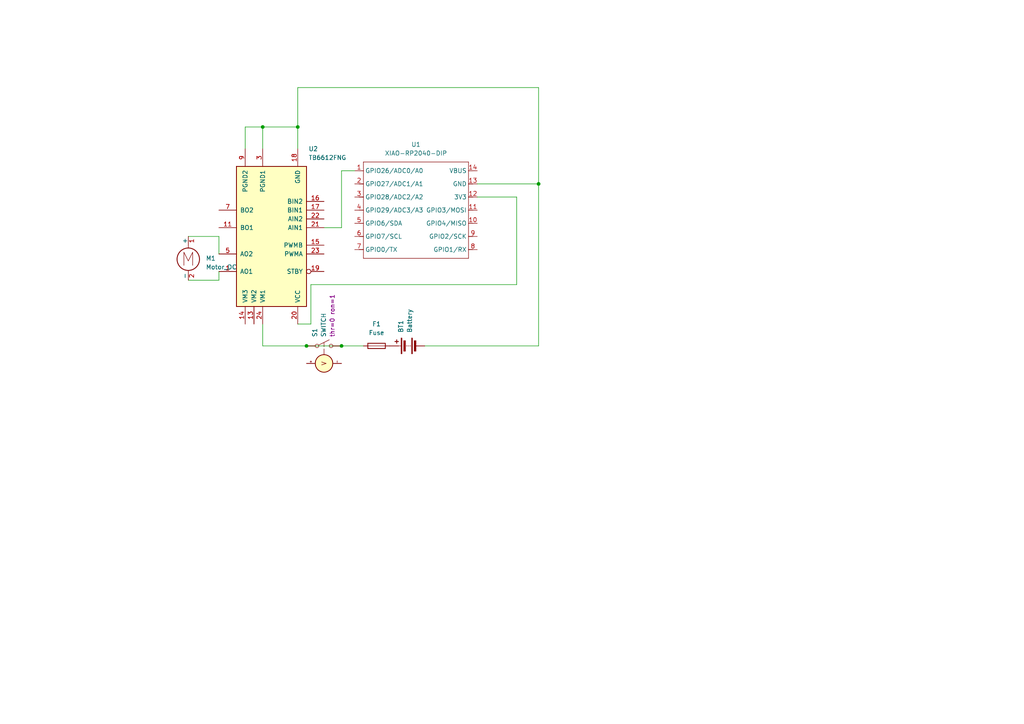
<source format=kicad_sch>
(kicad_sch
	(version 20250114)
	(generator "eeschema")
	(generator_version "9.0")
	(uuid "4b2fba3e-6b84-466b-b663-e60df3577a4d")
	(paper "A4")
	(lib_symbols
		(symbol "Device:Battery"
			(pin_numbers
				(hide yes)
			)
			(pin_names
				(offset 0)
				(hide yes)
			)
			(exclude_from_sim no)
			(in_bom yes)
			(on_board yes)
			(property "Reference" "BT"
				(at 2.54 2.54 0)
				(effects
					(font
						(size 1.27 1.27)
					)
					(justify left)
				)
			)
			(property "Value" "Battery"
				(at 2.54 0 0)
				(effects
					(font
						(size 1.27 1.27)
					)
					(justify left)
				)
			)
			(property "Footprint" ""
				(at 0 1.524 90)
				(effects
					(font
						(size 1.27 1.27)
					)
					(hide yes)
				)
			)
			(property "Datasheet" "~"
				(at 0 1.524 90)
				(effects
					(font
						(size 1.27 1.27)
					)
					(hide yes)
				)
			)
			(property "Description" "Multiple-cell battery"
				(at 0 0 0)
				(effects
					(font
						(size 1.27 1.27)
					)
					(hide yes)
				)
			)
			(property "ki_keywords" "batt voltage-source cell"
				(at 0 0 0)
				(effects
					(font
						(size 1.27 1.27)
					)
					(hide yes)
				)
			)
			(symbol "Battery_0_1"
				(rectangle
					(start -2.286 1.778)
					(end 2.286 1.524)
					(stroke
						(width 0)
						(type default)
					)
					(fill
						(type outline)
					)
				)
				(rectangle
					(start -2.286 -1.27)
					(end 2.286 -1.524)
					(stroke
						(width 0)
						(type default)
					)
					(fill
						(type outline)
					)
				)
				(rectangle
					(start -1.524 1.016)
					(end 1.524 0.508)
					(stroke
						(width 0)
						(type default)
					)
					(fill
						(type outline)
					)
				)
				(rectangle
					(start -1.524 -2.032)
					(end 1.524 -2.54)
					(stroke
						(width 0)
						(type default)
					)
					(fill
						(type outline)
					)
				)
				(polyline
					(pts
						(xy 0 1.778) (xy 0 2.54)
					)
					(stroke
						(width 0)
						(type default)
					)
					(fill
						(type none)
					)
				)
				(polyline
					(pts
						(xy 0 0) (xy 0 0.254)
					)
					(stroke
						(width 0)
						(type default)
					)
					(fill
						(type none)
					)
				)
				(polyline
					(pts
						(xy 0 -0.508) (xy 0 -0.254)
					)
					(stroke
						(width 0)
						(type default)
					)
					(fill
						(type none)
					)
				)
				(polyline
					(pts
						(xy 0 -1.016) (xy 0 -0.762)
					)
					(stroke
						(width 0)
						(type default)
					)
					(fill
						(type none)
					)
				)
				(polyline
					(pts
						(xy 0.762 3.048) (xy 1.778 3.048)
					)
					(stroke
						(width 0.254)
						(type default)
					)
					(fill
						(type none)
					)
				)
				(polyline
					(pts
						(xy 1.27 3.556) (xy 1.27 2.54)
					)
					(stroke
						(width 0.254)
						(type default)
					)
					(fill
						(type none)
					)
				)
			)
			(symbol "Battery_1_1"
				(pin passive line
					(at 0 5.08 270)
					(length 2.54)
					(name "+"
						(effects
							(font
								(size 1.27 1.27)
							)
						)
					)
					(number "1"
						(effects
							(font
								(size 1.27 1.27)
							)
						)
					)
				)
				(pin passive line
					(at 0 -5.08 90)
					(length 2.54)
					(name "-"
						(effects
							(font
								(size 1.27 1.27)
							)
						)
					)
					(number "2"
						(effects
							(font
								(size 1.27 1.27)
							)
						)
					)
				)
			)
			(embedded_fonts no)
		)
		(symbol "Device:Fuse"
			(pin_numbers
				(hide yes)
			)
			(pin_names
				(offset 0)
			)
			(exclude_from_sim no)
			(in_bom yes)
			(on_board yes)
			(property "Reference" "F"
				(at 2.032 0 90)
				(effects
					(font
						(size 1.27 1.27)
					)
				)
			)
			(property "Value" "Fuse"
				(at -1.905 0 90)
				(effects
					(font
						(size 1.27 1.27)
					)
				)
			)
			(property "Footprint" ""
				(at -1.778 0 90)
				(effects
					(font
						(size 1.27 1.27)
					)
					(hide yes)
				)
			)
			(property "Datasheet" "~"
				(at 0 0 0)
				(effects
					(font
						(size 1.27 1.27)
					)
					(hide yes)
				)
			)
			(property "Description" "Fuse"
				(at 0 0 0)
				(effects
					(font
						(size 1.27 1.27)
					)
					(hide yes)
				)
			)
			(property "ki_keywords" "fuse"
				(at 0 0 0)
				(effects
					(font
						(size 1.27 1.27)
					)
					(hide yes)
				)
			)
			(property "ki_fp_filters" "*Fuse*"
				(at 0 0 0)
				(effects
					(font
						(size 1.27 1.27)
					)
					(hide yes)
				)
			)
			(symbol "Fuse_0_1"
				(rectangle
					(start -0.762 -2.54)
					(end 0.762 2.54)
					(stroke
						(width 0.254)
						(type default)
					)
					(fill
						(type none)
					)
				)
				(polyline
					(pts
						(xy 0 2.54) (xy 0 -2.54)
					)
					(stroke
						(width 0)
						(type default)
					)
					(fill
						(type none)
					)
				)
			)
			(symbol "Fuse_1_1"
				(pin passive line
					(at 0 3.81 270)
					(length 1.27)
					(name "~"
						(effects
							(font
								(size 1.27 1.27)
							)
						)
					)
					(number "1"
						(effects
							(font
								(size 1.27 1.27)
							)
						)
					)
				)
				(pin passive line
					(at 0 -3.81 90)
					(length 1.27)
					(name "~"
						(effects
							(font
								(size 1.27 1.27)
							)
						)
					)
					(number "2"
						(effects
							(font
								(size 1.27 1.27)
							)
						)
					)
				)
			)
			(embedded_fonts no)
		)
		(symbol "Driver_Motor:TB6612FNG"
			(pin_names
				(offset 1.016)
			)
			(exclude_from_sim no)
			(in_bom yes)
			(on_board yes)
			(property "Reference" "U"
				(at 11.43 17.78 0)
				(effects
					(font
						(size 1.27 1.27)
					)
					(justify left)
				)
			)
			(property "Value" "TB6612FNG"
				(at 11.43 15.24 0)
				(effects
					(font
						(size 1.27 1.27)
					)
					(justify left)
				)
			)
			(property "Footprint" "Package_SO:SSOP-24_5.3x8.2mm_P0.65mm"
				(at 33.02 -22.86 0)
				(effects
					(font
						(size 1.27 1.27)
					)
					(hide yes)
				)
			)
			(property "Datasheet" "https://toshiba.semicon-storage.com/us/product/linear/motordriver/detail.TB6612FNG.html"
				(at 11.43 15.24 0)
				(effects
					(font
						(size 1.27 1.27)
					)
					(hide yes)
				)
			)
			(property "Description" "Driver IC for Dual DC motor, SSOP-24"
				(at 0 0 0)
				(effects
					(font
						(size 1.27 1.27)
					)
					(hide yes)
				)
			)
			(property "ki_keywords" "H-bridge motor driver"
				(at 0 0 0)
				(effects
					(font
						(size 1.27 1.27)
					)
					(hide yes)
				)
			)
			(property "ki_fp_filters" "SSOP*5.3x8.2mm*P0.65mm*"
				(at 0 0 0)
				(effects
					(font
						(size 1.27 1.27)
					)
					(hide yes)
				)
			)
			(symbol "TB6612FNG_0_1"
				(rectangle
					(start -10.16 20.32)
					(end 10.16 -20.32)
					(stroke
						(width 0.254)
						(type default)
					)
					(fill
						(type background)
					)
				)
			)
			(symbol "TB6612FNG_1_1"
				(pin input inverted
					(at -15.24 10.16 0)
					(length 5.08)
					(name "STBY"
						(effects
							(font
								(size 1.27 1.27)
							)
						)
					)
					(number "19"
						(effects
							(font
								(size 1.27 1.27)
							)
						)
					)
				)
				(pin input line
					(at -15.24 5.08 0)
					(length 5.08)
					(name "PWMA"
						(effects
							(font
								(size 1.27 1.27)
							)
						)
					)
					(number "23"
						(effects
							(font
								(size 1.27 1.27)
							)
						)
					)
				)
				(pin input line
					(at -15.24 2.54 0)
					(length 5.08)
					(name "PWMB"
						(effects
							(font
								(size 1.27 1.27)
							)
						)
					)
					(number "15"
						(effects
							(font
								(size 1.27 1.27)
							)
						)
					)
				)
				(pin input line
					(at -15.24 -2.54 0)
					(length 5.08)
					(name "AIN1"
						(effects
							(font
								(size 1.27 1.27)
							)
						)
					)
					(number "21"
						(effects
							(font
								(size 1.27 1.27)
							)
						)
					)
				)
				(pin input line
					(at -15.24 -5.08 0)
					(length 5.08)
					(name "AIN2"
						(effects
							(font
								(size 1.27 1.27)
							)
						)
					)
					(number "22"
						(effects
							(font
								(size 1.27 1.27)
							)
						)
					)
				)
				(pin input line
					(at -15.24 -7.62 0)
					(length 5.08)
					(name "BIN1"
						(effects
							(font
								(size 1.27 1.27)
							)
						)
					)
					(number "17"
						(effects
							(font
								(size 1.27 1.27)
							)
						)
					)
				)
				(pin input line
					(at -15.24 -10.16 0)
					(length 5.08)
					(name "BIN2"
						(effects
							(font
								(size 1.27 1.27)
							)
						)
					)
					(number "16"
						(effects
							(font
								(size 1.27 1.27)
							)
						)
					)
				)
				(pin power_in line
					(at -7.62 25.4 270)
					(length 5.08)
					(name "VCC"
						(effects
							(font
								(size 1.27 1.27)
							)
						)
					)
					(number "20"
						(effects
							(font
								(size 1.27 1.27)
							)
						)
					)
				)
				(pin power_in line
					(at -7.62 -25.4 90)
					(length 5.08)
					(name "GND"
						(effects
							(font
								(size 1.27 1.27)
							)
						)
					)
					(number "18"
						(effects
							(font
								(size 1.27 1.27)
							)
						)
					)
				)
				(pin power_in line
					(at 2.54 25.4 270)
					(length 5.08)
					(name "VM1"
						(effects
							(font
								(size 1.27 1.27)
							)
						)
					)
					(number "24"
						(effects
							(font
								(size 1.27 1.27)
							)
						)
					)
				)
				(pin power_in line
					(at 2.54 -25.4 90)
					(length 5.08)
					(name "PGND1"
						(effects
							(font
								(size 1.27 1.27)
							)
						)
					)
					(number "3"
						(effects
							(font
								(size 1.27 1.27)
							)
						)
					)
				)
				(pin passive line
					(at 2.54 -25.4 90)
					(length 5.08)
					(hide yes)
					(name "PGND1"
						(effects
							(font
								(size 1.27 1.27)
							)
						)
					)
					(number "4"
						(effects
							(font
								(size 1.27 1.27)
							)
						)
					)
				)
				(pin power_in line
					(at 5.08 25.4 270)
					(length 5.08)
					(name "VM2"
						(effects
							(font
								(size 1.27 1.27)
							)
						)
					)
					(number "13"
						(effects
							(font
								(size 1.27 1.27)
							)
						)
					)
				)
				(pin power_in line
					(at 7.62 25.4 270)
					(length 5.08)
					(name "VM3"
						(effects
							(font
								(size 1.27 1.27)
							)
						)
					)
					(number "14"
						(effects
							(font
								(size 1.27 1.27)
							)
						)
					)
				)
				(pin passive line
					(at 7.62 -25.4 90)
					(length 5.08)
					(hide yes)
					(name "PGND2"
						(effects
							(font
								(size 1.27 1.27)
							)
						)
					)
					(number "10"
						(effects
							(font
								(size 1.27 1.27)
							)
						)
					)
				)
				(pin power_in line
					(at 7.62 -25.4 90)
					(length 5.08)
					(name "PGND2"
						(effects
							(font
								(size 1.27 1.27)
							)
						)
					)
					(number "9"
						(effects
							(font
								(size 1.27 1.27)
							)
						)
					)
				)
				(pin output line
					(at 15.24 10.16 180)
					(length 5.08)
					(name "AO1"
						(effects
							(font
								(size 1.27 1.27)
							)
						)
					)
					(number "1"
						(effects
							(font
								(size 1.27 1.27)
							)
						)
					)
				)
				(pin passive line
					(at 15.24 10.16 180)
					(length 5.08)
					(hide yes)
					(name "AO1"
						(effects
							(font
								(size 1.27 1.27)
							)
						)
					)
					(number "2"
						(effects
							(font
								(size 1.27 1.27)
							)
						)
					)
				)
				(pin output line
					(at 15.24 5.08 180)
					(length 5.08)
					(name "AO2"
						(effects
							(font
								(size 1.27 1.27)
							)
						)
					)
					(number "5"
						(effects
							(font
								(size 1.27 1.27)
							)
						)
					)
				)
				(pin passive line
					(at 15.24 5.08 180)
					(length 5.08)
					(hide yes)
					(name "AO2"
						(effects
							(font
								(size 1.27 1.27)
							)
						)
					)
					(number "6"
						(effects
							(font
								(size 1.27 1.27)
							)
						)
					)
				)
				(pin output line
					(at 15.24 -2.54 180)
					(length 5.08)
					(name "BO1"
						(effects
							(font
								(size 1.27 1.27)
							)
						)
					)
					(number "11"
						(effects
							(font
								(size 1.27 1.27)
							)
						)
					)
				)
				(pin passive line
					(at 15.24 -2.54 180)
					(length 5.08)
					(hide yes)
					(name "BO1"
						(effects
							(font
								(size 1.27 1.27)
							)
						)
					)
					(number "12"
						(effects
							(font
								(size 1.27 1.27)
							)
						)
					)
				)
				(pin output line
					(at 15.24 -7.62 180)
					(length 5.08)
					(name "BO2"
						(effects
							(font
								(size 1.27 1.27)
							)
						)
					)
					(number "7"
						(effects
							(font
								(size 1.27 1.27)
							)
						)
					)
				)
				(pin passive line
					(at 15.24 -7.62 180)
					(length 5.08)
					(hide yes)
					(name "BO2"
						(effects
							(font
								(size 1.27 1.27)
							)
						)
					)
					(number "8"
						(effects
							(font
								(size 1.27 1.27)
							)
						)
					)
				)
			)
			(embedded_fonts no)
		)
		(symbol "Motor:Motor_DC"
			(pin_names
				(offset 0)
			)
			(exclude_from_sim no)
			(in_bom yes)
			(on_board yes)
			(property "Reference" "M"
				(at 2.54 2.54 0)
				(effects
					(font
						(size 1.27 1.27)
					)
					(justify left)
				)
			)
			(property "Value" "Motor_DC"
				(at 2.54 -5.08 0)
				(effects
					(font
						(size 1.27 1.27)
					)
					(justify left top)
				)
			)
			(property "Footprint" ""
				(at 0 -2.286 0)
				(effects
					(font
						(size 1.27 1.27)
					)
					(hide yes)
				)
			)
			(property "Datasheet" "~"
				(at 0 -2.286 0)
				(effects
					(font
						(size 1.27 1.27)
					)
					(hide yes)
				)
			)
			(property "Description" "DC Motor"
				(at 0 0 0)
				(effects
					(font
						(size 1.27 1.27)
					)
					(hide yes)
				)
			)
			(property "ki_keywords" "DC Motor"
				(at 0 0 0)
				(effects
					(font
						(size 1.27 1.27)
					)
					(hide yes)
				)
			)
			(property "ki_fp_filters" "PinHeader*P2.54mm* TerminalBlock*"
				(at 0 0 0)
				(effects
					(font
						(size 1.27 1.27)
					)
					(hide yes)
				)
			)
			(symbol "Motor_DC_0_0"
				(polyline
					(pts
						(xy -1.27 -3.302) (xy -1.27 0.508) (xy 0 -2.032) (xy 1.27 0.508) (xy 1.27 -3.302)
					)
					(stroke
						(width 0)
						(type default)
					)
					(fill
						(type none)
					)
				)
			)
			(symbol "Motor_DC_0_1"
				(polyline
					(pts
						(xy 0 2.032) (xy 0 2.54)
					)
					(stroke
						(width 0)
						(type default)
					)
					(fill
						(type none)
					)
				)
				(polyline
					(pts
						(xy 0 1.7272) (xy 0 2.0828)
					)
					(stroke
						(width 0)
						(type default)
					)
					(fill
						(type none)
					)
				)
				(circle
					(center 0 -1.524)
					(radius 3.2512)
					(stroke
						(width 0.254)
						(type default)
					)
					(fill
						(type none)
					)
				)
				(polyline
					(pts
						(xy 0 -4.7752) (xy 0 -5.1816)
					)
					(stroke
						(width 0)
						(type default)
					)
					(fill
						(type none)
					)
				)
				(polyline
					(pts
						(xy 0 -7.62) (xy 0 -7.112)
					)
					(stroke
						(width 0)
						(type default)
					)
					(fill
						(type none)
					)
				)
			)
			(symbol "Motor_DC_1_1"
				(pin passive line
					(at 0 5.08 270)
					(length 2.54)
					(name "+"
						(effects
							(font
								(size 1.27 1.27)
							)
						)
					)
					(number "1"
						(effects
							(font
								(size 1.27 1.27)
							)
						)
					)
				)
				(pin passive line
					(at 0 -7.62 90)
					(length 2.54)
					(name "-"
						(effects
							(font
								(size 1.27 1.27)
							)
						)
					)
					(number "2"
						(effects
							(font
								(size 1.27 1.27)
							)
						)
					)
				)
			)
			(embedded_fonts no)
		)
		(symbol "OPL:XIAO-RP2040-DIP"
			(exclude_from_sim no)
			(in_bom yes)
			(on_board yes)
			(property "Reference" "U"
				(at 0 0 0)
				(effects
					(font
						(size 1.27 1.27)
					)
				)
			)
			(property "Value" "XIAO-RP2040-DIP"
				(at 5.334 -1.778 0)
				(effects
					(font
						(size 1.27 1.27)
					)
				)
			)
			(property "Footprint" "Module:MOUDLE14P-XIAO-DIP-SMD"
				(at 14.478 -32.258 0)
				(effects
					(font
						(size 1.27 1.27)
					)
					(hide yes)
				)
			)
			(property "Datasheet" ""
				(at 0 0 0)
				(effects
					(font
						(size 1.27 1.27)
					)
					(hide yes)
				)
			)
			(property "Description" ""
				(at 0 0 0)
				(effects
					(font
						(size 1.27 1.27)
					)
					(hide yes)
				)
			)
			(symbol "XIAO-RP2040-DIP_1_0"
				(polyline
					(pts
						(xy -1.27 -2.54) (xy 29.21 -2.54)
					)
					(stroke
						(width 0.1524)
						(type solid)
					)
					(fill
						(type none)
					)
				)
				(polyline
					(pts
						(xy -1.27 -5.08) (xy -2.54 -5.08)
					)
					(stroke
						(width 0.1524)
						(type solid)
					)
					(fill
						(type none)
					)
				)
				(polyline
					(pts
						(xy -1.27 -5.08) (xy -1.27 -2.54)
					)
					(stroke
						(width 0.1524)
						(type solid)
					)
					(fill
						(type none)
					)
				)
				(polyline
					(pts
						(xy -1.27 -8.89) (xy -2.54 -8.89)
					)
					(stroke
						(width 0.1524)
						(type solid)
					)
					(fill
						(type none)
					)
				)
				(polyline
					(pts
						(xy -1.27 -8.89) (xy -1.27 -5.08)
					)
					(stroke
						(width 0.1524)
						(type solid)
					)
					(fill
						(type none)
					)
				)
				(polyline
					(pts
						(xy -1.27 -12.7) (xy -2.54 -12.7)
					)
					(stroke
						(width 0.1524)
						(type solid)
					)
					(fill
						(type none)
					)
				)
				(polyline
					(pts
						(xy -1.27 -12.7) (xy -1.27 -8.89)
					)
					(stroke
						(width 0.1524)
						(type solid)
					)
					(fill
						(type none)
					)
				)
				(polyline
					(pts
						(xy -1.27 -16.51) (xy -2.54 -16.51)
					)
					(stroke
						(width 0.1524)
						(type solid)
					)
					(fill
						(type none)
					)
				)
				(polyline
					(pts
						(xy -1.27 -16.51) (xy -1.27 -12.7)
					)
					(stroke
						(width 0.1524)
						(type solid)
					)
					(fill
						(type none)
					)
				)
				(polyline
					(pts
						(xy -1.27 -20.32) (xy -2.54 -20.32)
					)
					(stroke
						(width 0.1524)
						(type solid)
					)
					(fill
						(type none)
					)
				)
				(polyline
					(pts
						(xy -1.27 -24.13) (xy -2.54 -24.13)
					)
					(stroke
						(width 0.1524)
						(type solid)
					)
					(fill
						(type none)
					)
				)
				(polyline
					(pts
						(xy -1.27 -27.94) (xy -2.54 -27.94)
					)
					(stroke
						(width 0.1524)
						(type solid)
					)
					(fill
						(type none)
					)
				)
				(polyline
					(pts
						(xy -1.27 -30.48) (xy -1.27 -16.51)
					)
					(stroke
						(width 0.1524)
						(type solid)
					)
					(fill
						(type none)
					)
				)
				(polyline
					(pts
						(xy 29.21 -2.54) (xy 29.21 -5.08)
					)
					(stroke
						(width 0.1524)
						(type solid)
					)
					(fill
						(type none)
					)
				)
				(polyline
					(pts
						(xy 29.21 -5.08) (xy 29.21 -8.89)
					)
					(stroke
						(width 0.1524)
						(type solid)
					)
					(fill
						(type none)
					)
				)
				(polyline
					(pts
						(xy 29.21 -8.89) (xy 29.21 -12.7)
					)
					(stroke
						(width 0.1524)
						(type solid)
					)
					(fill
						(type none)
					)
				)
				(polyline
					(pts
						(xy 29.21 -12.7) (xy 29.21 -30.48)
					)
					(stroke
						(width 0.1524)
						(type solid)
					)
					(fill
						(type none)
					)
				)
				(polyline
					(pts
						(xy 29.21 -30.48) (xy -1.27 -30.48)
					)
					(stroke
						(width 0.1524)
						(type solid)
					)
					(fill
						(type none)
					)
				)
				(polyline
					(pts
						(xy 30.48 -5.08) (xy 29.21 -5.08)
					)
					(stroke
						(width 0.1524)
						(type solid)
					)
					(fill
						(type none)
					)
				)
				(polyline
					(pts
						(xy 30.48 -8.89) (xy 29.21 -8.89)
					)
					(stroke
						(width 0.1524)
						(type solid)
					)
					(fill
						(type none)
					)
				)
				(polyline
					(pts
						(xy 30.48 -12.7) (xy 29.21 -12.7)
					)
					(stroke
						(width 0.1524)
						(type solid)
					)
					(fill
						(type none)
					)
				)
				(polyline
					(pts
						(xy 30.48 -16.51) (xy 29.21 -16.51)
					)
					(stroke
						(width 0.1524)
						(type solid)
					)
					(fill
						(type none)
					)
				)
				(polyline
					(pts
						(xy 30.48 -20.32) (xy 29.21 -20.32)
					)
					(stroke
						(width 0.1524)
						(type solid)
					)
					(fill
						(type none)
					)
				)
				(polyline
					(pts
						(xy 30.48 -24.13) (xy 29.21 -24.13)
					)
					(stroke
						(width 0.1524)
						(type solid)
					)
					(fill
						(type none)
					)
				)
				(polyline
					(pts
						(xy 30.48 -27.94) (xy 29.21 -27.94)
					)
					(stroke
						(width 0.1524)
						(type solid)
					)
					(fill
						(type none)
					)
				)
				(pin passive line
					(at -3.81 -5.08 0)
					(length 2.54)
					(name "GPIO26/ADC0/A0"
						(effects
							(font
								(size 1.27 1.27)
							)
						)
					)
					(number "1"
						(effects
							(font
								(size 1.27 1.27)
							)
						)
					)
				)
				(pin passive line
					(at -3.81 -8.89 0)
					(length 2.54)
					(name "GPIO27/ADC1/A1"
						(effects
							(font
								(size 1.27 1.27)
							)
						)
					)
					(number "2"
						(effects
							(font
								(size 1.27 1.27)
							)
						)
					)
				)
				(pin passive line
					(at -3.81 -12.7 0)
					(length 2.54)
					(name "GPIO28/ADC2/A2"
						(effects
							(font
								(size 1.27 1.27)
							)
						)
					)
					(number "3"
						(effects
							(font
								(size 1.27 1.27)
							)
						)
					)
				)
				(pin passive line
					(at -3.81 -16.51 0)
					(length 2.54)
					(name "GPIO29/ADC3/A3"
						(effects
							(font
								(size 1.27 1.27)
							)
						)
					)
					(number "4"
						(effects
							(font
								(size 1.27 1.27)
							)
						)
					)
				)
				(pin passive line
					(at -3.81 -20.32 0)
					(length 2.54)
					(name "GPIO6/SDA"
						(effects
							(font
								(size 1.27 1.27)
							)
						)
					)
					(number "5"
						(effects
							(font
								(size 1.27 1.27)
							)
						)
					)
				)
				(pin passive line
					(at -3.81 -24.13 0)
					(length 2.54)
					(name "GPIO7/SCL"
						(effects
							(font
								(size 1.27 1.27)
							)
						)
					)
					(number "6"
						(effects
							(font
								(size 1.27 1.27)
							)
						)
					)
				)
				(pin passive line
					(at -3.81 -27.94 0)
					(length 2.54)
					(name "GPIO0/TX"
						(effects
							(font
								(size 1.27 1.27)
							)
						)
					)
					(number "7"
						(effects
							(font
								(size 1.27 1.27)
							)
						)
					)
				)
				(pin passive line
					(at 31.75 -5.08 180)
					(length 2.54)
					(name "VBUS"
						(effects
							(font
								(size 1.27 1.27)
							)
						)
					)
					(number "14"
						(effects
							(font
								(size 1.27 1.27)
							)
						)
					)
				)
				(pin passive line
					(at 31.75 -8.89 180)
					(length 2.54)
					(name "GND"
						(effects
							(font
								(size 1.27 1.27)
							)
						)
					)
					(number "13"
						(effects
							(font
								(size 1.27 1.27)
							)
						)
					)
				)
				(pin passive line
					(at 31.75 -12.7 180)
					(length 2.54)
					(name "3V3"
						(effects
							(font
								(size 1.27 1.27)
							)
						)
					)
					(number "12"
						(effects
							(font
								(size 1.27 1.27)
							)
						)
					)
				)
				(pin passive line
					(at 31.75 -16.51 180)
					(length 2.54)
					(name "GPIO3/MOSI"
						(effects
							(font
								(size 1.27 1.27)
							)
						)
					)
					(number "11"
						(effects
							(font
								(size 1.27 1.27)
							)
						)
					)
				)
				(pin passive line
					(at 31.75 -20.32 180)
					(length 2.54)
					(name "GPIO4/MISO"
						(effects
							(font
								(size 1.27 1.27)
							)
						)
					)
					(number "10"
						(effects
							(font
								(size 1.27 1.27)
							)
						)
					)
				)
				(pin passive line
					(at 31.75 -24.13 180)
					(length 2.54)
					(name "GPIO2/SCK"
						(effects
							(font
								(size 1.27 1.27)
							)
						)
					)
					(number "9"
						(effects
							(font
								(size 1.27 1.27)
							)
						)
					)
				)
				(pin passive line
					(at 31.75 -27.94 180)
					(length 2.54)
					(name "GPIO1/RX"
						(effects
							(font
								(size 1.27 1.27)
							)
						)
					)
					(number "8"
						(effects
							(font
								(size 1.27 1.27)
							)
						)
					)
				)
			)
			(embedded_fonts no)
		)
		(symbol "Simulation_SPICE:SWITCH"
			(pin_numbers
				(hide yes)
			)
			(pin_names
				(offset 1.016)
				(hide yes)
			)
			(exclude_from_sim no)
			(in_bom yes)
			(on_board yes)
			(property "Reference" "S"
				(at 2.54 2.54 0)
				(effects
					(font
						(size 1.27 1.27)
					)
					(justify left)
				)
			)
			(property "Value" "SWITCH"
				(at 2.54 0 0)
				(effects
					(font
						(size 1.27 1.27)
					)
					(justify left)
				)
			)
			(property "Footprint" ""
				(at 0 0 0)
				(effects
					(font
						(size 1.27 1.27)
					)
					(hide yes)
				)
			)
			(property "Datasheet" "https://ngspice.sourceforge.io/docs/ngspice-html-manual/manual.xhtml#subsec_Switches"
				(at 0 16.51 0)
				(effects
					(font
						(size 1.27 1.27)
					)
					(hide yes)
				)
			)
			(property "Description" "Voltage controlled switch symbol for simulation only"
				(at 0 0 0)
				(effects
					(font
						(size 1.27 1.27)
					)
					(hide yes)
				)
			)
			(property "Sim.Device" "SW"
				(at 0 0 0)
				(effects
					(font
						(size 1.27 1.27)
					)
					(hide yes)
				)
			)
			(property "Sim.Type" "V"
				(at 0 0 0)
				(effects
					(font
						(size 1.27 1.27)
					)
					(hide yes)
				)
			)
			(property "Sim.Params" "thr=0 ron=1"
				(at 2.54 -2.54 0)
				(effects
					(font
						(size 1.27 1.27)
					)
					(justify left)
				)
			)
			(property "Sim.Pins" "1=no+ 2=no- 3=ctrl+ 4=ctrl-"
				(at 0 13.97 0)
				(effects
					(font
						(size 1.27 1.27)
					)
					(hide yes)
				)
			)
			(property "ki_keywords" "simulation"
				(at 0 0 0)
				(effects
					(font
						(size 1.27 1.27)
					)
					(hide yes)
				)
			)
			(symbol "SWITCH_0_1"
				(circle
					(center 0 2.032)
					(radius 0.508)
					(stroke
						(width 0)
						(type default)
					)
					(fill
						(type none)
					)
				)
				(circle
					(center 0 -2.032)
					(radius 0.508)
					(stroke
						(width 0)
						(type default)
					)
					(fill
						(type none)
					)
				)
				(polyline
					(pts
						(xy 0.254 1.524) (xy 1.778 -1.524)
					)
					(stroke
						(width 0)
						(type default)
					)
					(fill
						(type none)
					)
				)
			)
			(symbol "SWITCH_1_1"
				(circle
					(center -5.08 0)
					(radius 2.54)
					(stroke
						(width 0.254)
						(type default)
					)
					(fill
						(type background)
					)
				)
				(polyline
					(pts
						(xy -4.826 3.81) (xy -4.318 3.81)
					)
					(stroke
						(width 0)
						(type default)
					)
					(fill
						(type none)
					)
				)
				(polyline
					(pts
						(xy -4.826 -3.81) (xy -4.318 -3.81)
					)
					(stroke
						(width 0)
						(type default)
					)
					(fill
						(type none)
					)
				)
				(polyline
					(pts
						(xy -4.572 4.064) (xy -4.572 3.556)
					)
					(stroke
						(width 0)
						(type default)
					)
					(fill
						(type none)
					)
				)
				(polyline
					(pts
						(xy -2.54 0) (xy 0.889 0)
					)
					(stroke
						(width 0)
						(type dash)
					)
					(fill
						(type none)
					)
				)
				(text "V"
					(at -5.08 0 0)
					(effects
						(font
							(size 1.27 1.27)
						)
					)
				)
				(pin input line
					(at -5.08 5.08 270)
					(length 2.54)
					(name "C+"
						(effects
							(font
								(size 1.27 1.27)
							)
						)
					)
					(number "3"
						(effects
							(font
								(size 1.27 1.27)
							)
						)
					)
				)
				(pin input line
					(at -5.08 -5.08 90)
					(length 2.54)
					(name "C-"
						(effects
							(font
								(size 1.27 1.27)
							)
						)
					)
					(number "4"
						(effects
							(font
								(size 1.27 1.27)
							)
						)
					)
				)
				(pin passive line
					(at 0 5.08 270)
					(length 2.54)
					(name "N+"
						(effects
							(font
								(size 1.27 1.27)
							)
						)
					)
					(number "1"
						(effects
							(font
								(size 1.27 1.27)
							)
						)
					)
				)
				(pin passive line
					(at 0 -5.08 90)
					(length 2.54)
					(name "N-"
						(effects
							(font
								(size 1.27 1.27)
							)
						)
					)
					(number "2"
						(effects
							(font
								(size 1.27 1.27)
							)
						)
					)
				)
			)
			(embedded_fonts no)
		)
	)
	(junction
		(at 88.9 100.33)
		(diameter 0)
		(color 0 0 0 0)
		(uuid "0c1d167a-5bc1-4270-bfe1-693943e212b7")
	)
	(junction
		(at 86.36 36.83)
		(diameter 0)
		(color 0 0 0 0)
		(uuid "2e431907-cfde-4200-92be-8df882bb155b")
	)
	(junction
		(at 99.06 100.33)
		(diameter 0)
		(color 0 0 0 0)
		(uuid "3f423364-04fe-4c68-a4c8-619b5f0f0bbb")
	)
	(junction
		(at 76.2 36.83)
		(diameter 0)
		(color 0 0 0 0)
		(uuid "47cf48c6-76b7-43b6-99cc-fe1d1a81ea57")
	)
	(junction
		(at 156.21 53.34)
		(diameter 0)
		(color 0 0 0 0)
		(uuid "7146f294-db9e-4bd9-9872-bd875f759702")
	)
	(wire
		(pts
			(xy 99.06 100.33) (xy 105.41 100.33)
		)
		(stroke
			(width 0)
			(type default)
		)
		(uuid "1764f5cc-596c-420f-84ca-b7617748acb9")
	)
	(wire
		(pts
			(xy 71.12 43.18) (xy 71.12 36.83)
		)
		(stroke
			(width 0)
			(type default)
		)
		(uuid "1879e562-b781-4ab8-bbd4-d9cd7cb2b621")
	)
	(wire
		(pts
			(xy 54.61 81.28) (xy 63.5 81.28)
		)
		(stroke
			(width 0)
			(type default)
		)
		(uuid "1c42da68-aa0b-4a3c-ad47-ac72bdfe297d")
	)
	(wire
		(pts
			(xy 99.06 49.53) (xy 99.06 66.04)
		)
		(stroke
			(width 0)
			(type default)
		)
		(uuid "218e7830-0ad2-4db4-aabe-c12052459779")
	)
	(wire
		(pts
			(xy 86.36 25.4) (xy 156.21 25.4)
		)
		(stroke
			(width 0)
			(type default)
		)
		(uuid "2a5a4838-9503-4a9e-9e09-a1e2c44b474c")
	)
	(wire
		(pts
			(xy 138.43 53.34) (xy 156.21 53.34)
		)
		(stroke
			(width 0)
			(type default)
		)
		(uuid "33c804be-f48a-4315-ac53-d613117b1eea")
	)
	(wire
		(pts
			(xy 76.2 36.83) (xy 86.36 36.83)
		)
		(stroke
			(width 0)
			(type default)
		)
		(uuid "53f5c7f8-7c6c-472d-bf82-39444f76b94d")
	)
	(wire
		(pts
			(xy 54.61 68.58) (xy 63.5 68.58)
		)
		(stroke
			(width 0)
			(type default)
		)
		(uuid "58e51ddd-312e-4c82-89c4-af5ba19bf6bf")
	)
	(wire
		(pts
			(xy 86.36 36.83) (xy 86.36 25.4)
		)
		(stroke
			(width 0)
			(type default)
		)
		(uuid "5b2a0414-dc20-4b8b-bbca-4d6743418429")
	)
	(wire
		(pts
			(xy 156.21 25.4) (xy 156.21 53.34)
		)
		(stroke
			(width 0)
			(type default)
		)
		(uuid "5f216346-6535-4a39-b0b6-d45a505fd185")
	)
	(wire
		(pts
			(xy 149.86 82.55) (xy 90.17 82.55)
		)
		(stroke
			(width 0)
			(type default)
		)
		(uuid "60c47b7d-b6c1-4cfb-b1ac-7b3e1bba164a")
	)
	(wire
		(pts
			(xy 156.21 53.34) (xy 156.21 100.33)
		)
		(stroke
			(width 0)
			(type default)
		)
		(uuid "61d3b667-64a6-4bc6-9977-429dd38f502c")
	)
	(wire
		(pts
			(xy 156.21 100.33) (xy 123.19 100.33)
		)
		(stroke
			(width 0)
			(type default)
		)
		(uuid "64f7c1b6-9687-4acd-9038-0b8671072c9f")
	)
	(wire
		(pts
			(xy 76.2 36.83) (xy 76.2 43.18)
		)
		(stroke
			(width 0)
			(type default)
		)
		(uuid "6769ee20-5d6e-4130-a40d-e0841d1fafae")
	)
	(wire
		(pts
			(xy 90.17 93.98) (xy 86.36 93.98)
		)
		(stroke
			(width 0)
			(type default)
		)
		(uuid "75679b54-7aa7-4db0-81b9-cbfadb8ae09b")
	)
	(wire
		(pts
			(xy 149.86 57.15) (xy 149.86 82.55)
		)
		(stroke
			(width 0)
			(type default)
		)
		(uuid "7fe08a92-886d-4811-817e-3aaa180b758b")
	)
	(wire
		(pts
			(xy 88.9 100.33) (xy 99.06 100.33)
		)
		(stroke
			(width 0)
			(type default)
		)
		(uuid "8c5c70c3-8c7f-40a4-9329-9db66a42a6cc")
	)
	(wire
		(pts
			(xy 63.5 78.74) (xy 63.5 81.28)
		)
		(stroke
			(width 0)
			(type default)
		)
		(uuid "9a86b8f1-0fb1-423e-a150-350dd77cb110")
	)
	(wire
		(pts
			(xy 86.36 43.18) (xy 86.36 36.83)
		)
		(stroke
			(width 0)
			(type default)
		)
		(uuid "9aea5f27-ec27-44cf-9098-4a6d4f31bc46")
	)
	(wire
		(pts
			(xy 76.2 100.33) (xy 88.9 100.33)
		)
		(stroke
			(width 0)
			(type default)
		)
		(uuid "b1e9fa22-00b4-484e-b002-fdc7b4a50296")
	)
	(wire
		(pts
			(xy 90.17 82.55) (xy 90.17 93.98)
		)
		(stroke
			(width 0)
			(type default)
		)
		(uuid "b5e4d902-4e1b-49a9-a26a-7241ff66da52")
	)
	(wire
		(pts
			(xy 71.12 36.83) (xy 76.2 36.83)
		)
		(stroke
			(width 0)
			(type default)
		)
		(uuid "b92fbeb3-6fd4-4a63-bc4b-3d01f37535fa")
	)
	(wire
		(pts
			(xy 138.43 57.15) (xy 149.86 57.15)
		)
		(stroke
			(width 0)
			(type default)
		)
		(uuid "ba1739ff-dfa6-4f1e-bcc4-ea0d0d2fc3be")
	)
	(wire
		(pts
			(xy 102.87 49.53) (xy 99.06 49.53)
		)
		(stroke
			(width 0)
			(type default)
		)
		(uuid "bcaa0f7f-8464-4ac0-9782-e17c214bb2a3")
	)
	(wire
		(pts
			(xy 63.5 68.58) (xy 63.5 73.66)
		)
		(stroke
			(width 0)
			(type default)
		)
		(uuid "c466ba52-2280-47f4-b7da-76cf000b087c")
	)
	(wire
		(pts
			(xy 99.06 66.04) (xy 93.98 66.04)
		)
		(stroke
			(width 0)
			(type default)
		)
		(uuid "cdc15278-27d5-4847-a6be-012dd3d5eb14")
	)
	(wire
		(pts
			(xy 76.2 100.33) (xy 76.2 93.98)
		)
		(stroke
			(width 0)
			(type default)
		)
		(uuid "ddf966de-5a63-4674-9db1-399fb2112bca")
	)
	(symbol
		(lib_id "Device:Fuse")
		(at 109.22 100.33 90)
		(unit 1)
		(exclude_from_sim no)
		(in_bom yes)
		(on_board yes)
		(dnp no)
		(fields_autoplaced yes)
		(uuid "08a983db-3d84-4fd3-9d47-ca077403945b")
		(property "Reference" "F1"
			(at 109.22 93.98 90)
			(effects
				(font
					(size 1.27 1.27)
				)
			)
		)
		(property "Value" "Fuse"
			(at 109.22 96.52 90)
			(effects
				(font
					(size 1.27 1.27)
				)
			)
		)
		(property "Footprint" "Fuse:Fuse_1206_3216Metric"
			(at 109.22 102.108 90)
			(effects
				(font
					(size 1.27 1.27)
				)
				(hide yes)
			)
		)
		(property "Datasheet" "~"
			(at 109.22 100.33 0)
			(effects
				(font
					(size 1.27 1.27)
				)
				(hide yes)
			)
		)
		(property "Description" "Fuse"
			(at 109.22 100.33 0)
			(effects
				(font
					(size 1.27 1.27)
				)
				(hide yes)
			)
		)
		(pin "1"
			(uuid "9ef67742-512d-4747-aa6b-4f20aa9a15ca")
		)
		(pin "2"
			(uuid "3fb6392b-33ed-4497-a075-7ecfe384a015")
		)
		(instances
			(project ""
				(path "/4b2fba3e-6b84-466b-b663-e60df3577a4d"
					(reference "F1")
					(unit 1)
				)
			)
		)
	)
	(symbol
		(lib_id "Motor:Motor_DC")
		(at 54.61 73.66 0)
		(unit 1)
		(exclude_from_sim no)
		(in_bom yes)
		(on_board yes)
		(dnp no)
		(fields_autoplaced yes)
		(uuid "0d2f936d-85d7-45ee-8f37-7e442f04bcb3")
		(property "Reference" "M1"
			(at 59.69 74.9299 0)
			(effects
				(font
					(size 1.27 1.27)
				)
				(justify left)
			)
		)
		(property "Value" "Motor_DC"
			(at 59.69 77.4699 0)
			(effects
				(font
					(size 1.27 1.27)
				)
				(justify left)
			)
		)
		(property "Footprint" "Motors:Vybronics_VZ30C1T8219732L"
			(at 54.61 75.946 0)
			(effects
				(font
					(size 1.27 1.27)
				)
				(hide yes)
			)
		)
		(property "Datasheet" "~"
			(at 54.61 75.946 0)
			(effects
				(font
					(size 1.27 1.27)
				)
				(hide yes)
			)
		)
		(property "Description" "DC Motor"
			(at 54.61 73.66 0)
			(effects
				(font
					(size 1.27 1.27)
				)
				(hide yes)
			)
		)
		(pin "1"
			(uuid "007c7c00-54dc-4fd9-8b49-c4ea7a13bbcf")
		)
		(pin "2"
			(uuid "e415407c-99f2-46c7-bb01-5651f2d18376")
		)
		(instances
			(project ""
				(path "/4b2fba3e-6b84-466b-b663-e60df3577a4d"
					(reference "M1")
					(unit 1)
				)
			)
		)
	)
	(symbol
		(lib_id "OPL:XIAO-RP2040-DIP")
		(at 106.68 44.45 0)
		(unit 1)
		(exclude_from_sim no)
		(in_bom yes)
		(on_board yes)
		(dnp no)
		(fields_autoplaced yes)
		(uuid "4e0684b1-17af-4ee6-b32a-848f271e2e6d")
		(property "Reference" "U1"
			(at 120.65 41.91 0)
			(effects
				(font
					(size 1.27 1.27)
				)
			)
		)
		(property "Value" "XIAO-RP2040-DIP"
			(at 120.65 44.45 0)
			(effects
				(font
					(size 1.27 1.27)
				)
			)
		)
		(property "Footprint" "OPL:XIAO-RP2040-DIP"
			(at 121.158 76.708 0)
			(effects
				(font
					(size 1.27 1.27)
				)
				(hide yes)
			)
		)
		(property "Datasheet" ""
			(at 106.68 44.45 0)
			(effects
				(font
					(size 1.27 1.27)
				)
				(hide yes)
			)
		)
		(property "Description" ""
			(at 106.68 44.45 0)
			(effects
				(font
					(size 1.27 1.27)
				)
				(hide yes)
			)
		)
		(pin "3"
			(uuid "b08eab66-d0ec-4c28-b2ed-64827bffb61c")
		)
		(pin "1"
			(uuid "f63e223f-26c1-4bc2-a57b-6f39bd149658")
		)
		(pin "2"
			(uuid "6fbcdc55-aafe-483f-a7ee-ec1405554951")
		)
		(pin "7"
			(uuid "1b4a5ba4-c34f-402f-8de2-61412ff95935")
		)
		(pin "12"
			(uuid "4b153a7a-6a91-47f5-8091-90795a331ded")
		)
		(pin "14"
			(uuid "6bd42faf-df8a-42c9-9aee-ef310eb033cb")
		)
		(pin "4"
			(uuid "314fe5ae-ecd8-4c2b-8cd4-487e967c6fdf")
		)
		(pin "11"
			(uuid "5847d39a-b8c1-4206-a89b-1b06aeab0fa6")
		)
		(pin "6"
			(uuid "4af60597-8fe8-44d9-87b7-5a4f39e8636a")
		)
		(pin "10"
			(uuid "d9ea6094-dd00-425d-8b36-c9f26f0b7e1b")
		)
		(pin "9"
			(uuid "50f54c42-56b5-430a-b641-86f02991dc12")
		)
		(pin "13"
			(uuid "d22e927e-255c-4ccf-bcc1-9566685e0a2a")
		)
		(pin "5"
			(uuid "5b54f8a0-45b7-4423-956c-958c51f81ea1")
		)
		(pin "8"
			(uuid "c66f42ff-592a-4fb8-a237-4d4a0fb716a4")
		)
		(instances
			(project ""
				(path "/4b2fba3e-6b84-466b-b663-e60df3577a4d"
					(reference "U1")
					(unit 1)
				)
			)
		)
	)
	(symbol
		(lib_id "Simulation_SPICE:SWITCH")
		(at 93.98 100.33 90)
		(unit 1)
		(exclude_from_sim no)
		(in_bom yes)
		(on_board yes)
		(dnp no)
		(fields_autoplaced yes)
		(uuid "86d6710b-24df-4b0d-9ea1-fa0e434592d6")
		(property "Reference" "S1"
			(at 91.3129 97.79 0)
			(effects
				(font
					(size 1.27 1.27)
				)
				(justify left)
			)
		)
		(property "Value" "SWITCH"
			(at 93.8529 97.79 0)
			(effects
				(font
					(size 1.27 1.27)
				)
				(justify left)
			)
		)
		(property "Footprint" "Button_Switch_SMD:Nidec_Copal_CAS-120A"
			(at 93.98 100.33 0)
			(effects
				(font
					(size 1.27 1.27)
				)
				(hide yes)
			)
		)
		(property "Datasheet" "https://ngspice.sourceforge.io/docs/ngspice-html-manual/manual.xhtml#subsec_Switches"
			(at 77.47 100.33 0)
			(effects
				(font
					(size 1.27 1.27)
				)
				(hide yes)
			)
		)
		(property "Description" "Voltage controlled switch symbol for simulation only"
			(at 93.98 100.33 0)
			(effects
				(font
					(size 1.27 1.27)
				)
				(hide yes)
			)
		)
		(property "Sim.Device" "SW"
			(at 93.98 100.33 0)
			(effects
				(font
					(size 1.27 1.27)
				)
				(hide yes)
			)
		)
		(property "Sim.Type" "V"
			(at 93.98 100.33 0)
			(effects
				(font
					(size 1.27 1.27)
				)
				(hide yes)
			)
		)
		(property "Sim.Params" "thr=0 ron=1"
			(at 96.3929 97.79 0)
			(effects
				(font
					(size 1.27 1.27)
				)
				(justify left)
			)
		)
		(property "Sim.Pins" "1=no+ 2=no- 3=ctrl+ 4=ctrl-"
			(at 80.01 100.33 0)
			(effects
				(font
					(size 1.27 1.27)
				)
				(hide yes)
			)
		)
		(pin "1"
			(uuid "54694ac9-c99e-4d19-b84a-e1ad97c7a8a9")
		)
		(pin "3"
			(uuid "c755e0b6-afd4-494b-974e-6735005f5072")
		)
		(pin "4"
			(uuid "190f1f97-344d-47d1-b122-9131e724570a")
		)
		(pin "2"
			(uuid "fb79f66e-3d79-40c0-89db-9b49ea452b7d")
		)
		(instances
			(project ""
				(path "/4b2fba3e-6b84-466b-b663-e60df3577a4d"
					(reference "S1")
					(unit 1)
				)
			)
		)
	)
	(symbol
		(lib_id "Device:Battery")
		(at 118.11 100.33 90)
		(unit 1)
		(exclude_from_sim no)
		(in_bom yes)
		(on_board yes)
		(dnp no)
		(fields_autoplaced yes)
		(uuid "e9272a05-073d-4308-9bdd-67a59be00922")
		(property "Reference" "BT1"
			(at 116.2684 96.52 0)
			(effects
				(font
					(size 1.27 1.27)
				)
				(justify left)
			)
		)
		(property "Value" "Battery"
			(at 118.8084 96.52 0)
			(effects
				(font
					(size 1.27 1.27)
				)
				(justify left)
			)
		)
		(property "Footprint" "Battery:BatteryHolder_Keystone_2479_3xAAA"
			(at 116.586 100.33 90)
			(effects
				(font
					(size 1.27 1.27)
				)
				(hide yes)
			)
		)
		(property "Datasheet" "~"
			(at 116.586 100.33 90)
			(effects
				(font
					(size 1.27 1.27)
				)
				(hide yes)
			)
		)
		(property "Description" "Multiple-cell battery"
			(at 118.11 100.33 0)
			(effects
				(font
					(size 1.27 1.27)
				)
				(hide yes)
			)
		)
		(pin "1"
			(uuid "a6a5ee79-ec2c-4407-b567-65390d4a8def")
		)
		(pin "2"
			(uuid "f930453f-f1e4-4ef6-a1ab-edb059818e85")
		)
		(instances
			(project ""
				(path "/4b2fba3e-6b84-466b-b663-e60df3577a4d"
					(reference "BT1")
					(unit 1)
				)
			)
		)
	)
	(symbol
		(lib_id "Driver_Motor:TB6612FNG")
		(at 78.74 68.58 180)
		(unit 1)
		(exclude_from_sim no)
		(in_bom yes)
		(on_board yes)
		(dnp no)
		(fields_autoplaced yes)
		(uuid "fe19974a-7fbf-4867-9fdc-b9be8d0ec9fc")
		(property "Reference" "U2"
			(at 89.4781 43.18 0)
			(effects
				(font
					(size 1.27 1.27)
				)
				(justify right)
			)
		)
		(property "Value" "TB6612FNG"
			(at 89.4781 45.72 0)
			(effects
				(font
					(size 1.27 1.27)
				)
				(justify right)
			)
		)
		(property "Footprint" "Package_SO:SSOP-24_5.3x8.2mm_P0.65mm"
			(at 45.72 45.72 0)
			(effects
				(font
					(size 1.27 1.27)
				)
				(hide yes)
			)
		)
		(property "Datasheet" "https://toshiba.semicon-storage.com/us/product/linear/motordriver/detail.TB6612FNG.html"
			(at 67.31 83.82 0)
			(effects
				(font
					(size 1.27 1.27)
				)
				(hide yes)
			)
		)
		(property "Description" "Driver IC for Dual DC motor, SSOP-24"
			(at 78.74 68.58 0)
			(effects
				(font
					(size 1.27 1.27)
				)
				(hide yes)
			)
		)
		(pin "15"
			(uuid "4d886731-9954-4c1b-ba66-3de09abf5e65")
		)
		(pin "16"
			(uuid "4a90c3d7-7112-49cd-a5ca-1e00c6b33c2f")
		)
		(pin "19"
			(uuid "114d4828-7bc5-4cdc-a477-3d6824a39934")
		)
		(pin "24"
			(uuid "39ad1a66-6380-4776-a131-4b2219d3afbf")
		)
		(pin "17"
			(uuid "319eed2e-00bf-4498-a103-5108156793d0")
		)
		(pin "20"
			(uuid "0a36f6f2-2619-4960-9a7d-0210868d000e")
		)
		(pin "13"
			(uuid "288166d1-50bd-4b38-ab75-2c562adffa0c")
		)
		(pin "9"
			(uuid "8a4a31c8-2c58-47ab-a81a-9b595839af82")
		)
		(pin "2"
			(uuid "338107b9-dfd7-4e10-940d-16da8babfec8")
		)
		(pin "7"
			(uuid "2ba56547-9fb9-409a-9382-df6c3d5ac0cf")
		)
		(pin "5"
			(uuid "1d51c86f-ed23-4a13-841c-bffd79c15f35")
		)
		(pin "12"
			(uuid "286f9ec2-3a23-415f-b2bf-d89e7cb1a052")
		)
		(pin "14"
			(uuid "0c749b1b-0a76-4a5d-b1f1-c957e9e8c940")
		)
		(pin "1"
			(uuid "ae8aca65-4c4e-4b03-bd08-fe1d5228a45a")
		)
		(pin "6"
			(uuid "7389ace8-6f44-4da6-ad49-807c7356d592")
		)
		(pin "22"
			(uuid "50621b28-91a1-4f44-8b51-b19a3703c5af")
		)
		(pin "23"
			(uuid "afe1ea84-1268-4bf7-9c1a-bd2131e598ec")
		)
		(pin "21"
			(uuid "66003a6b-c429-4a4e-92b9-d801ab061584")
		)
		(pin "18"
			(uuid "52e5c605-5e13-452c-ad5d-2a91b4d87433")
		)
		(pin "3"
			(uuid "475774ed-f5d0-4a77-a293-a0a813d8c450")
		)
		(pin "4"
			(uuid "69502373-ff6f-47cf-9165-fbfb5f6d6436")
		)
		(pin "10"
			(uuid "ebefb377-87a9-4de7-96d6-68483ea0c8ee")
		)
		(pin "11"
			(uuid "4bdce3a4-ff7c-4ec3-a084-dab2ee8917e3")
		)
		(pin "8"
			(uuid "6c6c2151-85ea-49c8-9f55-68c4a98cee7a")
		)
		(instances
			(project ""
				(path "/4b2fba3e-6b84-466b-b663-e60df3577a4d"
					(reference "U2")
					(unit 1)
				)
			)
		)
	)
	(sheet_instances
		(path "/"
			(page "1")
		)
	)
	(embedded_fonts no)
)

</source>
